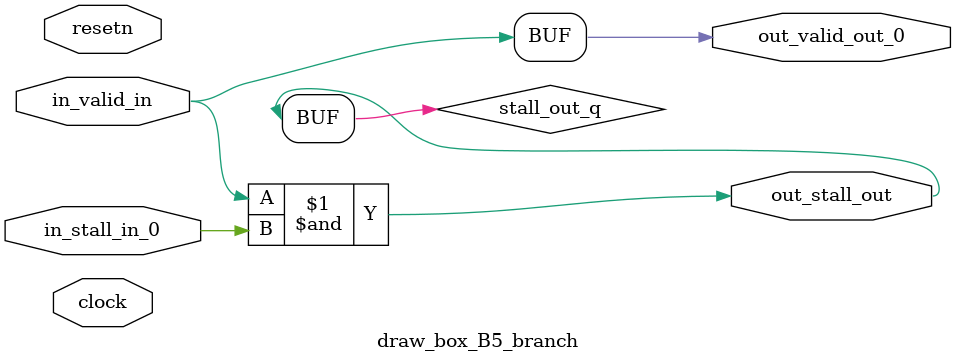
<source format=sv>



(* altera_attribute = "-name AUTO_SHIFT_REGISTER_RECOGNITION OFF; -name MESSAGE_DISABLE 10036; -name MESSAGE_DISABLE 10037; -name MESSAGE_DISABLE 14130; -name MESSAGE_DISABLE 14320; -name MESSAGE_DISABLE 15400; -name MESSAGE_DISABLE 14130; -name MESSAGE_DISABLE 10036; -name MESSAGE_DISABLE 12020; -name MESSAGE_DISABLE 12030; -name MESSAGE_DISABLE 12010; -name MESSAGE_DISABLE 12110; -name MESSAGE_DISABLE 14320; -name MESSAGE_DISABLE 13410; -name MESSAGE_DISABLE 113007; -name MESSAGE_DISABLE 10958" *)
module draw_box_B5_branch (
    input wire [0:0] in_stall_in_0,
    input wire [0:0] in_valid_in,
    output wire [0:0] out_stall_out,
    output wire [0:0] out_valid_out_0,
    input wire clock,
    input wire resetn
    );

    wire [0:0] stall_out_q;


    // stall_out(LOGICAL,6)
    assign stall_out_q = in_valid_in & in_stall_in_0;

    // out_stall_out(GPOUT,4)
    assign out_stall_out = stall_out_q;

    // out_valid_out_0(GPOUT,5)
    assign out_valid_out_0 = in_valid_in;

endmodule

</source>
